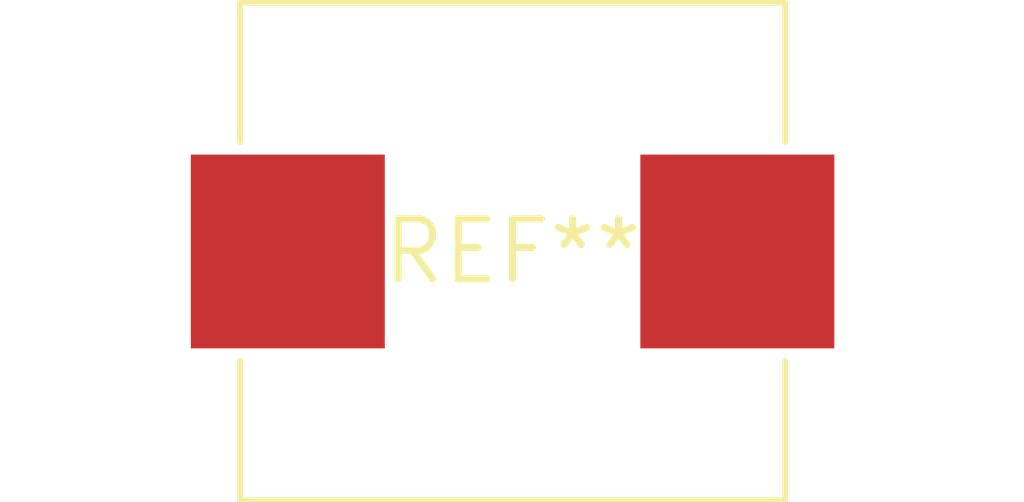
<source format=kicad_pcb>
(kicad_pcb (version 20240108) (generator pcbnew)
  (layers (0 "F.Cu" signal) (31 "B.Cu" signal) (34 "B.Paste" user) (35 "F.Paste" user) (36 "B.SilkS" user "B.Silkscreen") (37 "F.SilkS" user "F.Silkscreen") (38 "B.Mask" user) (39 "F.Mask" user) (44 "Edge.Cuts" user))
  (net 0 "")
  (footprint "L_Sunlord_MWSA1004S" (layer "F.Cu") (at 0 0)
    (property "Reference" "REF**")
    (property "Value" "L_Sunlord_MWSA1004S")
    (fp_line (start -5.76 -5.26) (end -5.76 -2.31) (layer "F.SilkS") (stroke (width 0.12)))
    (fp_line (start -5.76 -5.26) (end 5.76 -5.26) (layer "F.SilkS") (stroke (width 0.12)))
    (fp_line (start -5.76 5.26) (end -5.76 2.31) (layer "F.SilkS") (stroke (width 0.12)))
    (fp_line (start -5.76 5.26) (end 5.76 5.26) (layer "F.SilkS") (stroke (width 0.12)))
    (fp_line (start 5.76 -5.26) (end 5.76 -2.31) (layer "F.SilkS") (stroke (width 0.12)))
    (fp_line (start 5.76 5.26) (end 5.76 2.31) (layer "F.SilkS") (stroke (width 0.12)))
    (pad "1" smd rect (at -4.75 0) (size 4.1 4.1) (layers "F.Cu" "F.Paste" "F.Mask"))
    (pad "2" smd rect (at 4.75 0) (size 4.1 4.1) (layers "F.Cu" "F.Paste" "F.Mask"))
  )
)
</source>
